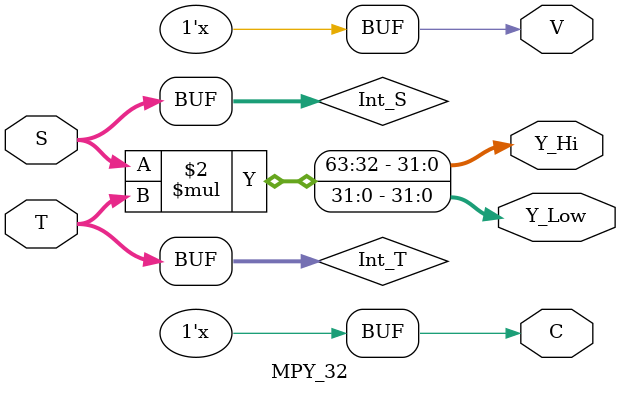
<source format=v>
`timescale 1ns / 1ps
/****************************** C E C S  4 4 0 ******************************
 * 
 * File Name:  MPY_32.v
 * Project:    Lab_Assignment_1
 * Designer:   J Jesus Perez Gonzalez
 * Email:      PerezGonzalez.JJesus@student.csulb.edu
 * Rev. No.:   Version 1.0
 * Rev. Date:  9/4/2017 
 *
 * Purpose:		This module is a 32-bit multiplier, it will multiply two 32-bit
 *         		inputs and output a 64-bit product broken into 2, 32-bit 
 *					portions, {Y_Hi, Y_Low}. Additionally, it will set the V and C 
 *					flags to DONT-CARE, X as those flags are not effected by the MUL, 
 *					ALU Operation. 
 *
 * Notes:		S and T:				32-bit Inputs S*T
 *					{Y_Hi,Y_Low}:		64-bit product
 *
 ****************************************************************************/
module MPY_32(S, T, Y_Hi, Y_Low, V, C);
//	INPUTS	-----------------------------------------------------------------
	input			[31:0]	S,T;		// S and T are 32-bit operands
//	OUTPUTS	-----------------------------------------------------------------
	output reg	[31:0]	Y_Hi, Y_Low;		//	Product results in a 64'#{Hi,Lo}
	output reg				V, C;					// Overflow, Carry (Flags)
//	INTEGER	-----------------------------------------------------------------	
	integer 					Int_S, Int_T;		//	Integers for signed
//	MUL		-----------------------------------------------------------------		
	always@(*)begin
		Int_S = S;
		Int_T = T;
		{Y_Hi,Y_Low} = Int_S * Int_T;			// Product of MULT OP
		{V, C} = {2'bx};							// Set Overflow anc Carry to x
	end
endmodule


</source>
